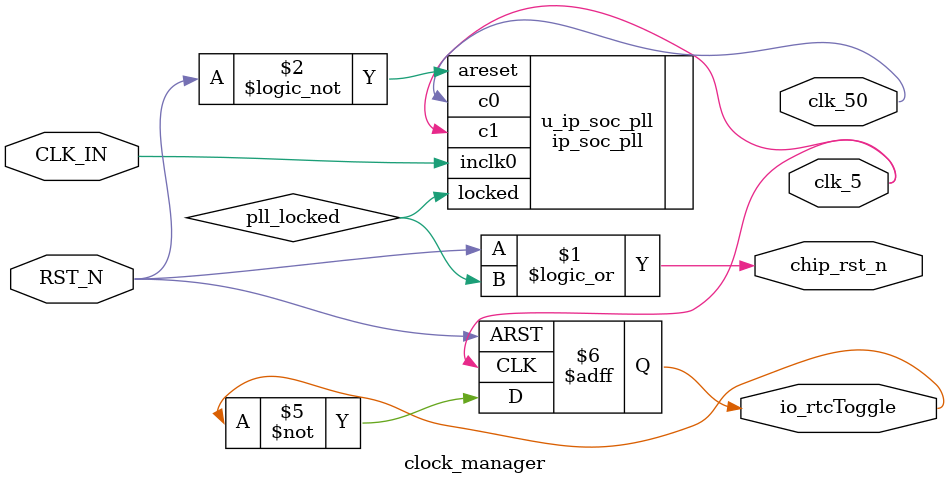
<source format=v>
`ifndef CLOCK_MANAGER
`define CLOCK_MANAGER
module clock_manager (
    input wire                          CLK_IN,
    input wire                          RST_N,
    // outputs
    output wire                         clk_50, // 50MHz
    output wire                         clk_5,  // 5MHz
    output wire                         chip_rst_n,
    output reg                          io_rtcToggle
);

wire    pll_locked;

assign chip_rst_n = RST_N || pll_locked;

ip_soc_pll u_ip_soc_pll(
	.areset     (!RST_N     ),
	.inclk0     (CLK_IN     ),
	.c0         (clk_50     ),  // clk_50 = CLK_IN = 50MHz
	.c1         (clk_5      ),  // clk_5 = 1/10 CLK_IN = 5MHz
	.locked     (pll_locked )
);

always @(posedge clk_5 or negedge RST_N) begin
    if (!RST_N) begin
        io_rtcToggle <= 1'b0;
    end else begin
        io_rtcToggle <= ~io_rtcToggle; // to timer
    end
end

endmodule
`endif
</source>
